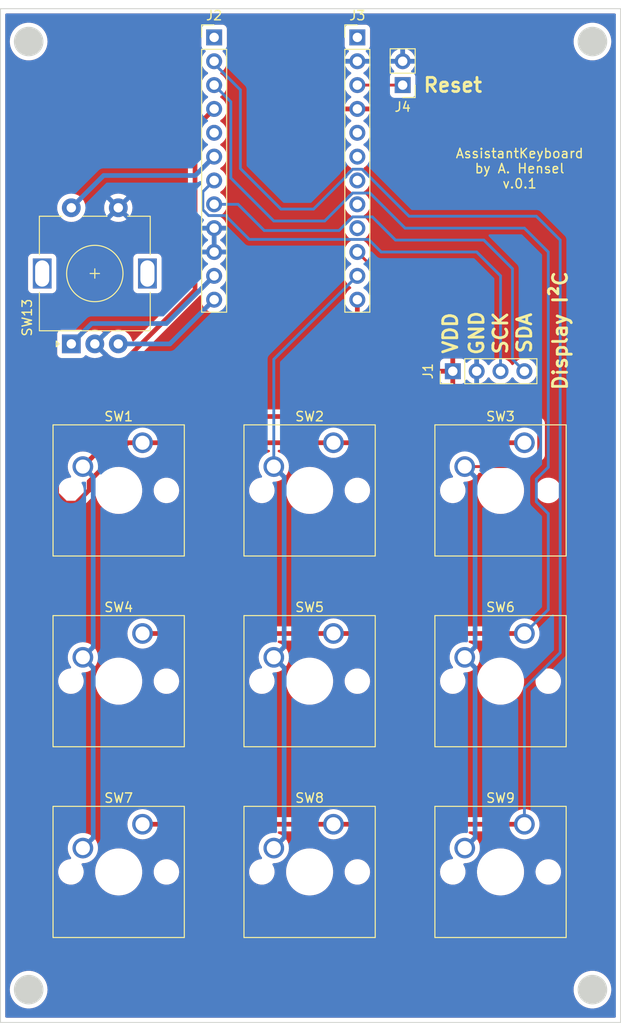
<source format=kicad_pcb>
(kicad_pcb (version 20211014) (generator pcbnew)
  (layers (0 "F.Cu" signal) (31 "B.Cu" signal) (34 "B.Paste" user) (35 "F.Paste" user) (36 "B.SilkS" user "B.Silkscreen") (37 "F.SilkS" user "F.Silkscreen") (38 "B.Mask" user) (39 "F.Mask" user) (44 "Edge.Cuts" user))
  (net 0 "")
  (net 1 "VCC")
  (net 2 "GND")
  (net 3 "SCK")
  (net 4 "SDA")
  (net 5 "D9")
  (net 6 "D8")
  (net 7 "D7")
  (net 8 "D6")
  (net 10 "D4")
  (net 11 "D0")
  (net 12 "D1")
  (net 14 "Net-(J3-Pad3)")
  (net 19 "D15")
  (net 20 "D14")
  (net 21 "D16")
  (net 22 "D10")
  (footprint "Button_Switch_Keyboard:SW_Cherry_MX_1.00u_PCB" (layer "F.Cu") (at 91.44 119.38)
    (fp_text reference "SW8" (at -2.54 -2.794) (layer "F.SilkS"))
    (fp_text value "SW_Push")
    (fp_line (start -9.525 12.065) (end -9.525 -1.905) (layer "F.SilkS") (width 0.12))
    (fp_line (start 4.445 -1.905) (end 4.445 12.065) (layer "F.SilkS") (width 0.12))
    (fp_line (start 4.445 12.065) (end -9.525 12.065) (layer "F.SilkS") (width 0.12))
    (fp_line (start -9.525 -1.905) (end 4.445 -1.905) (layer "F.SilkS") (width 0.12))
    (pad "" np_thru_hole circle (at -2.54 5.08) (size 4 4) (drill 4) (layers *.Cu *.Mask))
    (pad "" np_thru_hole circle (at -7.62 5.08) (size 1.7 1.7) (drill 1.7) (layers *.Cu *.Mask))
    (pad "" np_thru_hole circle (at 2.54 5.08) (size 1.7 1.7) (drill 1.7) (layers *.Cu *.Mask))
    (pad "1" thru_hole circle (at 0 0) (size 2.2 2.2) (drill 1.5) (layers *.Cu *.Mask) (net 6 "D8"))
    (pad "2" thru_hole circle (at -6.35 2.54) (size 2.2 2.2) (drill 1.5) (layers *.Cu *.Mask) (net 21 "D16"))
  )
  (footprint "Button_Switch_Keyboard:SW_Cherry_MX_1.00u_PCB" (layer "F.Cu") (at 111.76 119.38)
    (fp_text reference "SW9" (at -2.54 -2.794) (layer "F.SilkS"))
    (fp_text value "SW_Push")
    (fp_line (start 4.445 12.065) (end -9.525 12.065) (layer "F.SilkS") (width 0.12))
    (fp_line (start -9.525 -1.905) (end 4.445 -1.905) (layer "F.SilkS") (width 0.12))
    (fp_line (start -9.525 12.065) (end -9.525 -1.905) (layer "F.SilkS") (width 0.12))
    (fp_line (start 4.445 -1.905) (end 4.445 12.065) (layer "F.SilkS") (width 0.12))
    (pad "" np_thru_hole circle (at -7.62 5.08) (size 1.7 1.7) (drill 1.7) (layers *.Cu *.Mask))
    (pad "" np_thru_hole circle (at -2.54 5.08) (size 4 4) (drill 4) (layers *.Cu *.Mask))
    (pad "" np_thru_hole circle (at 2.54 5.08) (size 1.7 1.7) (drill 1.7) (layers *.Cu *.Mask))
    (pad "1" thru_hole circle (at 0 0) (size 2.2 2.2) (drill 1.5) (layers *.Cu *.Mask) (net 6 "D8"))
    (pad "2" thru_hole circle (at -6.35 2.54) (size 2.2 2.2) (drill 1.5) (layers *.Cu *.Mask) (net 20 "D14"))
  )
  (footprint "Connector_PinHeader_2.54mm:PinHeader_1x12_P2.54mm_Vertical" (layer "F.Cu") (at 93.98 35.56)
    (fp_text reference "J3" (at 0 -2.33) (layer "F.SilkS"))
    (fp_text value "Conn_01x12_Male")
    (fp_line (start -1.33 1.27) (end -1.33 29.27) (layer "F.SilkS") (width 0.12))
    (fp_line (start 1.33 1.27) (end 1.33 29.27) (layer "F.SilkS") (width 0.12))
    (fp_line (start -1.33 0) (end -1.33 -1.33) (layer "F.SilkS") (width 0.12))
    (fp_line (start -1.33 29.27) (end 1.33 29.27) (layer "F.SilkS") (width 0.12))
    (fp_line (start -1.33 -1.33) (end 0 -1.33) (layer "F.SilkS") (width 0.12))
    (fp_line (start -1.33 1.27) (end 1.33 1.27) (layer "F.SilkS") (width 0.12))
    (pad "1" thru_hole rect (at 0 0) (size 1.7 1.7) (drill 1) (layers *.Cu *.Mask))
    (pad "2" thru_hole oval (at 0 2.54) (size 1.7 1.7) (drill 1) (layers *.Cu *.Mask) (net 2 "GND"))
    (pad "3" thru_hole oval (at 0 5.08) (size 1.7 1.7) (drill 1) (layers *.Cu *.Mask) (net 14 "Net-(J3-Pad3)"))
    (pad "4" thru_hole oval (at 0 7.62) (size 1.7 1.7) (drill 1) (layers *.Cu *.Mask) (net 1 "VCC"))
    (pad "5" thru_hole oval (at 0 10.16) (size 1.7 1.7) (drill 1) (layers *.Cu *.Mask))
    (pad "6" thru_hole oval (at 0 12.7) (size 1.7 1.7) (drill 1) (layers *.Cu *.Mask))
    (pad "7" thru_hole oval (at 0 15.24) (size 1.7 1.7) (drill 1) (layers *.Cu *.Mask))
    (pad "8" thru_hole oval (at 0 17.78) (size 1.7 1.7) (drill 1) (layers *.Cu *.Mask))
    (pad "9" thru_hole oval (at 0 20.32) (size 1.7 1.7) (drill 1) (layers *.Cu *.Mask) (net 19 "D15"))
    (pad "10" thru_hole oval (at 0 22.86) (size 1.7 1.7) (drill 1) (layers *.Cu *.Mask) (net 20 "D14"))
    (pad "11" thru_hole oval (at 0 25.4) (size 1.7 1.7) (drill 1) (layers *.Cu *.Mask) (net 21 "D16"))
    (pad "12" thru_hole oval (at 0 27.94) (size 1.7 1.7) (drill 1) (layers *.Cu *.Mask) (net 22 "D10"))
  )
  (footprint "Button_Switch_Keyboard:SW_Cherry_MX_1.00u_PCB" (layer "F.Cu") (at 91.44 78.74)
    (fp_text reference "SW2" (at -2.54 -2.794) (layer "F.SilkS"))
    (fp_text value "SW_Push")
    (fp_line (start -9.525 -1.905) (end 4.445 -1.905) (layer "F.SilkS") (width 0.12))
    (fp_line (start 4.445 12.065) (end -9.525 12.065) (layer "F.SilkS") (width 0.12))
    (fp_line (start 4.445 -1.905) (end 4.445 12.065) (layer "F.SilkS") (width 0.12))
    (fp_line (start -9.525 12.065) (end -9.525 -1.905) (layer "F.SilkS") (width 0.12))
    (pad "" np_thru_hole circle (at -2.54 5.08) (size 4 4) (drill 4) (layers *.Cu *.Mask))
    (pad "" np_thru_hole circle (at -7.62 5.08) (size 1.7 1.7) (drill 1.7) (layers *.Cu *.Mask))
    (pad "" np_thru_hole circle (at 2.54 5.08) (size 1.7 1.7) (drill 1.7) (layers *.Cu *.Mask))
    (pad "1" thru_hole circle (at 0 0) (size 2.2 2.2) (drill 1.5) (layers *.Cu *.Mask) (net 8 "D6"))
    (pad "2" thru_hole circle (at -6.35 2.54) (size 2.2 2.2) (drill 1.5) (layers *.Cu *.Mask) (net 21 "D16"))
  )
  (footprint "Button_Switch_Keyboard:SW_Cherry_MX_1.00u_PCB" (layer "F.Cu") (at 71.12 119.38)
    (fp_text reference "SW7" (at -2.54 -2.794) (layer "F.SilkS"))
    (fp_text value "SW_Push")
    (fp_line (start 4.445 -1.905) (end 4.445 12.065) (layer "F.SilkS") (width 0.12))
    (fp_line (start 4.445 12.065) (end -9.525 12.065) (layer "F.SilkS") (width 0.12))
    (fp_line (start -9.525 12.065) (end -9.525 -1.905) (layer "F.SilkS") (width 0.12))
    (fp_line (start -9.525 -1.905) (end 4.445 -1.905) (layer "F.SilkS") (width 0.12))
    (pad "" np_thru_hole circle (at -7.62 5.08) (size 1.7 1.7) (drill 1.7) (layers *.Cu *.Mask))
    (pad "" np_thru_hole circle (at 2.54 5.08) (size 1.7 1.7) (drill 1.7) (layers *.Cu *.Mask))
    (pad "" np_thru_hole circle (at -2.54 5.08) (size 4 4) (drill 4) (layers *.Cu *.Mask))
    (pad "1" thru_hole circle (at 0 0) (size 2.2 2.2) (drill 1.5) (layers *.Cu *.Mask) (net 6 "D8"))
    (pad "2" thru_hole circle (at -6.35 2.54) (size 2.2 2.2) (drill 1.5) (layers *.Cu *.Mask) (net 22 "D10"))
  )
  (footprint "Button_Switch_Keyboard:SW_Cherry_MX_1.00u_PCB" (layer "F.Cu") (at 71.12 99.06)
    (fp_text reference "SW4" (at -2.54 -2.794) (layer "F.SilkS"))
    (fp_text value "SW_Push")
    (fp_line (start -9.525 -1.905) (end 4.445 -1.905) (layer "F.SilkS") (width 0.12))
    (fp_line (start 4.445 12.065) (end -9.525 12.065) (layer "F.SilkS") (width 0.12))
    (fp_line (start -9.525 12.065) (end -9.525 -1.905) (layer "F.SilkS") (width 0.12))
    (fp_line (start 4.445 -1.905) (end 4.445 12.065) (layer "F.SilkS") (width 0.12))
    (pad "" np_thru_hole circle (at -7.62 5.08) (size 1.7 1.7) (drill 1.7) (layers *.Cu *.Mask))
    (pad "" np_thru_hole circle (at 2.54 5.08) (size 1.7 1.7) (drill 1.7) (layers *.Cu *.Mask))
    (pad "" np_thru_hole circle (at -2.54 5.08) (size 4 4) (drill 4) (layers *.Cu *.Mask))
    (pad "1" thru_hole circle (at 0 0) (size 2.2 2.2) (drill 1.5) (layers *.Cu *.Mask) (net 7 "D7"))
    (pad "2" thru_hole circle (at -6.35 2.54) (size 2.2 2.2) (drill 1.5) (layers *.Cu *.Mask) (net 22 "D10"))
  )
  (footprint "Rotary_Encoder:RotaryEncoder_Alps_EC11E-Switch_Vertical_H20mm" (layer "F.Cu") (at 63.54 68.21 90)
    (fp_text reference "SW13" (at 2.8 -4.7 90) (layer "F.SilkS"))
    (fp_text value "RotaryEncoder_Switch")
    (fp_line (start 13.6 6) (end 13.6 8.4) (layer "F.SilkS") (width 0.12))
    (fp_line (start 1.4 -3.4) (end 1.4 8.4) (layer "F.SilkS") (width 0.12))
    (fp_line (start 7 2.5) (end 8 2.5) (layer "F.SilkS") (width 0.12))
    (fp_line (start 5.5 -3.4) (end 1.4 -3.4) (layer "F.SilkS") (width 0.12))
    (fp_line (start 0 -1.3) (end -0.3 -1.6) (layer "F.SilkS") (width 0.12))
    (fp_line (start 13.6 8.4) (end 9.5 8.4) (layer "F.SilkS") (width 0.12))
    (fp_line (start 13.6 1.2) (end 13.6 3.8) (layer "F.SilkS") (width 0.12))
    (fp_line (start -0.3 -1.6) (end 0.3 -1.6) (layer "F.SilkS") (width 0.12))
    (fp_line (start 5.5 8.4) (end 1.4 8.4) (layer "F.SilkS") (width 0.12))
    (fp_line (start 7.5 2) (end 7.5 3) (layer "F.SilkS") (width 0.12))
    (fp_line (start 13.6 -3.4) (end 13.6 -1) (layer "F.SilkS") (width 0.12))
    (fp_line (start 0.3 -1.6) (end 0 -1.3) (layer "F.SilkS") (width 0.12))
    (fp_line (start 9.5 -3.4) (end 13.6 -3.4) (layer "F.SilkS") (width 0.12))
    (fp_circle (center 7.5 2.5) (end 10.5 2.5) (layer "F.SilkS") (width 0.12) (fill none))
    (pad "A" thru_hole rect (at 0 0 90) (size 2 2) (drill 1) (layers *.Cu *.Mask) (net 11 "D0"))
    (pad "B" thru_hole circle (at 0 5 90) (size 2 2) (drill 1) (layers *.Cu *.Mask) (net 12 "D1"))
    (pad "C" thru_hole circle (at 0 2.5 90) (size 2 2) (drill 1) (layers *.Cu *.Mask) (net 2 "GND"))
    (pad "MP" thru_hole rect (at 7.5 -3.1 90) (size 3.2 2) (drill oval 2.8 1.5) (layers *.Cu *.Mask))
    (pad "MP" thru_hole rect (at 7.5 8.1 90) (size 3.2 2) (drill oval 2.8 1.5) (layers *.Cu *.Mask))
    (pad "S1" thru_hole circle (at 14.5 5 90) (size 2 2) (drill 1) (layers *.Cu *.Mask) (net 2 "GND"))
    (pad "S2" thru_hole circle (at 14.5 0 90) (size 2 2) (drill 1) (layers *.Cu *.Mask) (net 10 "D4"))
  )
  (footprint "Connector_PinHeader_2.54mm:PinHeader_1x04_P2.54mm_Vertical" (layer "F.Cu") (at 104.14 71.12 90)
    (fp_text reference "J1" (at 0 -2.64 90) (layer "F.SilkS"))
    (fp_text value "Conn_01x04_Male")
    (fp_line (start -1.33 -1.33) (end 0 -1.33) (layer "F.SilkS") (width 0.12))
    (fp_line (start -1.33 1.27) (end 1.33 1.27) (layer "F.SilkS") (width 0.12))
    (fp_line (start -1.33 0) (end -1.33 -1.33) (layer "F.SilkS") (width 0.12))
    (fp_line (start 1.33 1.27) (end 1.33 8.95) (layer "F.SilkS") (width 0.12))
    (fp_line (start -1.33 1.27) (end -1.33 8.95) (layer "F.SilkS") (width 0.12))
    (fp_line (start -1.33 8.95) (end 1.33 8.95) (layer "F.SilkS") (width 0.12))
    (pad "1" thru_hole rect (at 0 0 90) (size 1.7 1.7) (drill 1) (layers *.Cu *.Mask) (net 1 "VCC"))
    (pad "2" thru_hole oval (at 0 2.54 90) (size 1.7 1.7) (drill 1) (layers *.Cu *.Mask) (net 2 "GND"))
    (pad "3" thru_hole oval (at 0 5.08 90) (size 1.7 1.7) (drill 1) (layers *.Cu *.Mask) (net 3 "SCK"))
    (pad "4" thru_hole oval (at 0 7.62 90) (size 1.7 1.7) (drill 1) (layers *.Cu *.Mask) (net 4 "SDA"))
  )
  (footprint "Button_Switch_Keyboard:SW_Cherry_MX_1.00u_PCB" (layer "F.Cu") (at 111.76 99.06)
    (fp_text reference "SW6" (at -2.54 -2.794) (layer "F.SilkS"))
    (fp_text value "SW_Push")
    (fp_line (start -9.525 12.065) (end -9.525 -1.905) (layer "F.SilkS") (width 0.12))
    (fp_line (start 4.445 -1.905) (end 4.445 12.065) (layer "F.SilkS") (width 0.12))
    (fp_line (start 4.445 12.065) (end -9.525 12.065) (layer "F.SilkS") (width 0.12))
    (fp_line (start -9.525 -1.905) (end 4.445 -1.905) (layer "F.SilkS") (width 0.12))
    (pad "" np_thru_hole circle (at -2.54 5.08) (size 4 4) (drill 4) (layers *.Cu *.Mask))
    (pad "" np_thru_hole circle (at -7.62 5.08) (size 1.7 1.7) (drill 1.7) (layers *.Cu *.Mask))
    (pad "" np_thru_hole circle (at 2.54 5.08) (size 1.7 1.7) (drill 1.7) (layers *.Cu *.Mask))
    (pad "1" thru_hole circle (at 0 0) (size 2.2 2.2) (drill 1.5) (layers *.Cu *.Mask) (net 7 "D7"))
    (pad "2" thru_hole circle (at -6.35 2.54) (size 2.2 2.2) (drill 1.5) (layers *.Cu *.Mask) (net 20 "D14"))
  )
  (footprint "Button_Switch_Keyboard:SW_Cherry_MX_1.00u_PCB" (layer "F.Cu") (at 111.76 78.74)
    (fp_text reference "SW3" (at -2.54 -2.794) (layer "F.SilkS"))
    (fp_text value "SW_Push")
    (fp_line (start -9.525 -1.905) (end 4.445 -1.905) (layer "F.SilkS") (width 0.12))
    (fp_line (start 4.445 -1.905) (end 4.445 12.065) (layer "F.SilkS") (width 0.12))
    (fp_line (start -9.525 12.065) (end -9.525 -1.905) (layer "F.SilkS") (width 0.12))
    (fp_line (start 4.445 12.065) (end -9.525 12.065) (layer "F.SilkS") (width 0.12))
    (pad "" np_thru_hole circle (at 2.54 5.08) (size 1.7 1.7) (drill 1.7) (layers *.Cu *.Mask))
    (pad "" np_thru_hole circle (at -7.62 5.08) (size 1.7 1.7) (drill 1.7) (layers *.Cu *.Mask))
    (pad "" np_thru_hole circle (at -2.54 5.08) (size 4 4) (drill 4) (layers *.Cu *.Mask))
    (pad "1" thru_hole circle (at 0 0) (size 2.2 2.2) (drill 1.5) (layers *.Cu *.Mask) (net 8 "D6"))
    (pad "2" thru_hole circle (at -6.35 2.54) (size 2.2 2.2) (drill 1.5) (layers *.Cu *.Mask) (net 20 "D14"))
  )
  (footprint "Connector_PinHeader_2.54mm:PinHeader_1x12_P2.54mm_Vertical" (layer "F.Cu") (at 78.74 35.56)
    (fp_text reference "J2" (at 0 -2.33) (layer "F.SilkS"))
    (fp_text value "Conn_01x12_Male")
    (fp_line (start -1.33 1.27) (end -1.33 29.27) (layer "F.SilkS") (width 0.12))
    (fp_line (start -1.33 0) (end -1.33 -1.33) (layer "F.SilkS") (width 0.12))
    (fp_line (start -1.33 1.27) (end 1.33 1.27) (layer "F.SilkS") (width 0.12))
    (fp_line (start -1.33 29.27) (end 1.33 29.27) (layer "F.SilkS") (width 0.12))
    (fp_line (start -1.33 -1.33) (end 0 -1.33) (layer "F.SilkS") (width 0.12))
    (fp_line (start 1.33 1.27) (end 1.33 29.27) (layer "F.SilkS") (width 0.12))
    (pad "1" thru_hole rect (at 0 0) (size 1.7 1.7) (drill 1) (layers *.Cu *.Mask) (net 5 "D9"))
    (pad "2" thru_hole oval (at 0 2.54) (size 1.7 1.7) (drill 1) (layers *.Cu *.Mask) (net 6 "D8"))
    (pad "3" thru_hole oval (at 0 5.08) (size 1.7 1.7) (drill 1) (layers *.Cu *.Mask) (net 7 "D7"))
    (pad "4" thru_hole oval (at 0 7.62) (size 1.7 1.7) (drill 1) (layers *.Cu *.Mask) (net 8 "D6"))
    (pad "5" thru_hole oval (at 0 10.16) (size 1.7 1.7) (drill 1) (layers *.Cu *.Mask))
    (pad "6" thru_hole oval (at 0 12.7) (size 1.7 1.7) (drill 1) (layers *.Cu *.Mask) (net 10 "D4"))
    (pad "7" thru_hole oval (at 0 15.24) (size 1.7 1.7) (drill 1) (layers *.Cu *.Mask) (net 3 "SCK"))
    (pad "8" thru_hole oval (at 0 17.78) (size 1.7 1.7) (drill 1) (layers *.Cu *.Mask) (net 4 "SDA"))
    (pad "9" thru_hole oval (at 0 20.32) (size 1.7 1.7) (drill 1) (layers *.Cu *.Mask) (net 2 "GND"))
    (pad "10" thru_hole oval (at 0 22.86) (size 1.7 1.7) (drill 1) (layers *.Cu *.Mask) (net 2 "GND"))
    (pad "11" thru_hole oval (at 0 25.4) (size 1.7 1.7) (drill 1) (layers *.Cu *.Mask) (net 11 "D0"))
    (pad "12" thru_hole oval (at 0 27.94) (size 1.7 1.7) (drill 1) (layers *.Cu *.Mask) (net 12 "D1"))
  )
  (footprint "Button_Switch_Keyboard:SW_Cherry_MX_1.00u_PCB" (layer "F.Cu") (at 91.44 99.06)
    (fp_text reference "SW5" (at -2.54 -2.794) (layer "F.SilkS"))
    (fp_text value "SW_Push")
    (fp_line (start 4.445 -1.905) (end 4.445 12.065) (layer "F.SilkS") (width 0.12))
    (fp_line (start -9.525 12.065) (end -9.525 -1.905) (layer "F.SilkS") (width 0.12))
    (fp_line (start -9.525 -1.905) (end 4.445 -1.905) (layer "F.SilkS") (width 0.12))
    (fp_line (start 4.445 12.065) (end -9.525 12.065) (layer "F.SilkS") (width 0.12))
    (pad "" np_thru_hole circle (at 2.54 5.08) (size 1.7 1.7) (drill 1.7) (layers *.Cu *.Mask))
    (pad "" np_thru_hole circle (at -7.62 5.08) (size 1.7 1.7) (drill 1.7) (layers *.Cu *.Mask))
    (pad "" np_thru_hole circle (at -2.54 5.08) (size 4 4) (drill 4) (layers *.Cu *.Mask))
    (pad "1" thru_hole circle (at 0 0) (size 2.2 2.2) (drill 1.5) (layers *.Cu *.Mask) (net 7 "D7"))
    (pad "2" thru_hole circle (at -6.35 2.54) (size 2.2 2.2) (drill 1.5) (layers *.Cu *.Mask) (net 21 "D16"))
  )
  (footprint "Button_Switch_Keyboard:SW_Cherry_MX_1.00u_PCB" (layer "F.Cu") (at 71.12 78.74)
    (fp_text reference "SW1" (at -2.54 -2.794) (layer "F.SilkS"))
    (fp_text value "SW_Push")
    (fp_line (start 4.445 -1.905) (end 4.445 12.065) (layer "F.SilkS") (width 0.12))
    (fp_line (start 4.445 12.065) (end -9.525 12.065) (layer "F.SilkS") (width 0.12))
    (fp_line (start -9.525 12.065) (end -9.525 -1.905) (layer "F.SilkS") (width 0.12))
    (fp_line (start -9.525 -1.905) (end 4.445 -1.905) (layer "F.SilkS") (width 0.12))
    (pad "" np_thru_hole circle (at -7.62 5.08) (size 1.7 1.7) (drill 1.7) (layers *.Cu *.Mask))
    (pad "" np_thru_hole circle (at -2.54 5.08) (size 4 4) (drill 4) (layers *.Cu *.Mask))
    (pad "" np_thru_hole circle (at 2.54 5.08) (size 1.7 1.7) (drill 1.7) (layers *.Cu *.Mask))
    (pad "1" thru_hole circle (at 0 0) (size 2.2 2.2) (drill 1.5) (layers *.Cu *.Mask) (net 8 "D6"))
    (pad "2" thru_hole circle (at -6.35 2.54) (size 2.2 2.2) (drill 1.5) (layers *.Cu *.Mask) (net 22 "D10"))
  )
  (footprint "Connector_PinHeader_2.54mm:PinHeader_1x02_P2.54mm_Vertical" (layer "F.Cu") (at 98.806 40.64 180)
    (fp_text reference "J4" (at 0 -2.33) (layer "F.SilkS"))
    (fp_text value "Conn_01x02_Male")
    (fp_line (start 1.33 1.27) (end 1.33 3.87) (layer "F.SilkS") (width 0.12))
    (fp_line (start -1.33 0) (end -1.33 -1.33) (layer "F.SilkS") (width 0.12))
    (fp_line (start -1.33 1.27) (end -1.33 3.87) (layer "F.SilkS") (width 0.12))
    (fp_line (start -1.33 1.27) (end 1.33 1.27) (layer "F.SilkS") (width 0.12))
    (fp_line (start -1.33 3.87) (end 1.33 3.87) (layer "F.SilkS") (width 0.12))
    (fp_line (start -1.33 -1.33) (end 0 -1.33) (layer "F.SilkS") (width 0.12))
    (pad "1" thru_hole rect (at 0 0 180) (size 1.7 1.7) (drill 1) (layers *.Cu *.Mask) (net 14 "Net-(J3-Pad3)"))
    (pad "2" thru_hole oval (at 0 2.54 180) (size 1.7 1.7) (drill 1) (layers *.Cu *.Mask) (net 2 "GND"))
  )
  (gr_rect (start 56 32.5) (end 122 140.5) (layer "Edge.Cuts") (width 0.1) (fill none))
  (gr_circle (center 59 137) (end 60.5 137) (layer "Edge.Cuts") (width 0.15) (fill solid))
  (gr_circle (center 119 36) (end 120.5 36) (layer "Edge.Cuts") (width 0.15) (fill solid))
  (gr_circle (center 59 36) (end 60.5 36) (layer "Edge.Cuts") (width 0.15) (fill solid))
  (gr_circle (center 119 137) (end 120.5 137) (layer "Edge.Cuts") (width 0.15) (fill solid))
  (gr_text "Reset" (at 104.14 40.64) (layer "F.SilkS") (effects (font (size 1.5 1.5) (thickness 0.3))))
  (gr_text "SCK" (at 109.22 67.056 90) (layer "F.SilkS") (effects (font (size 1.5 1.5) (thickness 0.3))))
  (gr_text "AssistantKeyboard\nby A. Hensel\nv.0.1" (at 111.252 49.53) (layer "F.SilkS") (effects (font (size 1 1))))
  (gr_text "Display I²C" (at 115.57 66.802 90) (layer "F.SilkS") (effects (font (size 1.5 1.5) (thickness 0.3))))
  (gr_text "VDD" (at 103.886 67.056 90) (layer "F.SilkS") (effects (font (size 1.5 1.5) (thickness 0.3))))
  (gr_text "SDA" (at 111.76 67.056 90) (layer "F.SilkS") (effects (font (size 1.5 1.5) (thickness 0.3))))
  (gr_text "GND" (at 106.68 67.056 90) (layer "F.SilkS") (effects (font (size 1.5 1.5) (thickness 0.3))))
  (segment (start 80.080489 54.539511) (end 78.161511 54.539511) (width 0.3) (layer "B.Cu") (net 3))
  (segment (start 95.179511 57.079511) (end 82.479511 57.079511) (width 0.3) (layer "B.Cu") (net 3))
  (segment (start 109.22 60.96) (end 106.68 58.42) (width 0.3) (layer "B.Cu") (net 3))
  (segment (start 109.22 71.12) (end 109.22 60.96) (width 0.3) (layer "B.Cu") (net 3))
  (segment (start 77.540489 53.918489) (end 77.540489 51.999511) (width 0.3) (layer "B.Cu") (net 3))
  (segment (start 78.161511 54.539511) (end 77.540489 53.918489) (width 0.3) (layer "B.Cu") (net 3))
  (segment (start 106.68 58.42) (end 96.52 58.42) (width 0.3) (layer "B.Cu") (net 3))
  (segment (start 80.080489 54.680489) (end 80.080489 54.539511) (width 0.3) (layer "B.Cu") (net 3))
  (segment (start 82.479511 57.079511) (end 80.080489 54.680489) (width 0.3) (layer "B.Cu") (net 3))
  (segment (start 96.52 58.42) (end 95.179511 57.079511) (width 0.3) (layer "B.Cu") (net 3))
  (segment (start 77.540489 51.999511) (end 78.74 50.8) (width 0.3) (layer "B.Cu") (net 3))
  (segment (start 81.28 53.34) (end 78.74 53.34) (width 0.3) (layer "B.Cu") (net 4))
  (segment (start 110.49 69.85) (end 111.76 71.12) (width 0.3) (layer "B.Cu") (net 4))
  (segment (start 92.029634 56.134) (end 93.483145 54.680489) (width 0.3) (layer "B.Cu") (net 4))
  (segment (start 95.574489 54.680489) (end 98.044 57.15) (width 0.3) (layer "B.Cu") (net 4))
  (segment (start 93.483145 54.680489) (end 95.574489 54.680489) (width 0.3) (layer "B.Cu") (net 4))
  (segment (start 84.074 56.134) (end 92.029634 56.134) (width 0.3) (layer "B.Cu") (net 4))
  (segment (start 107.442 57.15) (end 110.49 60.198) (width 0.3) (layer "B.Cu") (net 4))
  (segment (start 84.074 56.134) (end 81.28 53.34) (width 0.3) (layer "B.Cu") (net 4))
  (segment (start 110.49 60.198) (end 110.49 69.85) (width 0.3) (layer "B.Cu") (net 4))
  (segment (start 98.044 57.15) (end 107.442 57.15) (width 0.3) (layer "B.Cu") (net 4))
  (segment (start 71.12 119.38) (end 111.76 119.38) (width 0.5) (layer "F.Cu") (net 6))
  (segment (start 81.534 41.148) (end 81.534 49.53) (width 0.3) (layer "B.Cu") (net 6))
  (segment (start 99.486366 54.61) (end 113.03 54.61) (width 0.3) (layer "B.Cu") (net 6))
  (segment (start 81.534 49.53) (end 85.852 53.848) (width 0.3) (layer "B.Cu") (net 6))
  (segment (start 85.852 53.848) (end 89.321817 53.848) (width 0.3) (layer "B.Cu") (net 6))
  (segment (start 113.03 54.61) (end 115.57 57.15) (width 0.3) (layer "B.Cu") (net 6))
  (segment (start 93.483145 49.600489) (end 94.476855 49.600489) (width 0.3) (layer "B.Cu") (net 6))
  (segment (start 78.74 38.354) (end 81.534 41.148) (width 0.3) (layer "B.Cu") (net 6))
  (segment (start 92.780489 50.389328) (end 92.780489 50.303145) (width 0.3) (layer "B.Cu") (net 6))
  (segment (start 115.57 101.102909) (end 111.76 104.912909) (width 0.3) (layer "B.Cu") (net 6))
  (segment (start 94.476855 49.600489) (end 99.486366 54.61) (width 0.3) (layer "B.Cu") (net 6))
  (segment (start 92.780489 50.303145) (end 93.483145 49.600489) (width 0.3) (layer "B.Cu") (net 6))
  (segment (start 115.57 57.15) (end 115.57 101.102909) (width 0.3) (layer "B.Cu") (net 6))
  (segment (start 89.321817 53.848) (end 92.780489 50.389328) (width 0.3) (layer "B.Cu") (net 6))
  (segment (start 111.76 104.912909) (end 111.76 119.38) (width 0.3) (layer "B.Cu") (net 6))
  (segment (start 78.74 38.1) (end 78.74 38.354) (width 0.3) (layer "B.Cu") (net 6))
  (segment (start 71.12 99.06) (end 111.76 99.06) (width 0.5) (layer "F.Cu") (net 7))
  (segment (start 114.3 58.42) (end 111.76 55.88) (width 0.3) (layer "B.Cu") (net 7))
  (segment (start 99.06 55.88) (end 95.320489 52.140489) (width 0.3) (layer "B.Cu") (net 7))
  (segment (start 85.09 55.118) (end 80.518 50.546) (width 0.3) (layer "B.Cu") (net 7))
  (segment (start 95.320489 52.140489) (end 93.483145 52.140489) (width 0.3) (layer "B.Cu") (net 7))
  (segment (start 80.518 50.546) (end 80.518 42.418) (width 0.3) (layer "B.Cu") (net 7))
  (segment (start 93.483145 52.140489) (end 90.505634 55.118) (width 0.3) (layer "B.Cu") (net 7))
  (segment (start 114.3 81.346481) (end 114.3 58.42) (width 0.3) (layer "B.Cu") (net 7))
  (segment (start 113.03 85.023519) (end 113.03 82.616481) (width 0.3) (layer "B.Cu") (net 7))
  (segment (start 114.3 86.293519) (end 113.03 85.023519) (width 0.3) (layer "B.Cu") (net 7))
  (segment (start 90.505634 55.118) (end 85.09 55.118) (width 0.3) (layer "B.Cu") (net 7))
  (segment (start 80.518 42.418) (end 78.74 40.64) (width 0.3) (layer "B.Cu") (net 7))
  (segment (start 111.76 55.88) (end 99.06 55.88) (width 0.3) (layer "B.Cu") (net 7))
  (segment (start 111.76 99.06) (end 114.3 96.52) (width 0.3) (layer "B.Cu") (net 7))
  (segment (start 114.3 96.52) (end 114.3 86.293519) (width 0.3) (layer "B.Cu") (net 7))
  (segment (start 113.03 82.616481) (end 114.3 81.346481) (width 0.3) (layer "B.Cu") (net 7))
  (segment (start 62.941009 85.169521) (end 61.976 84.204512) (width 0.5) (layer "F.Cu") (net 8))
  (segment (start 76.708 62.484) (end 76.708 45.212) (width 0.5) (layer "F.Cu") (net 8))
  (segment (start 65.438622 83.78989) (end 64.058991 85.169521) (width 0.5) (layer "F.Cu") (net 8))
  (segment (start 65.438622 82.865744) (end 65.438622 83.78989) (width 0.5) (layer "F.Cu") (net 8))
  (segment (start 61.976 84.204512) (end 61.976 77.216) (width 0.5) (layer "F.Cu") (net 8))
  (segment (start 61.976 77.216) (end 76.708 62.484) (width 0.5) (layer "F.Cu") (net 8))
  (segment (start 76.708 45.212) (end 78.74 43.18) (width 0.5) (layer "F.Cu") (net 8))
  (segment (start 69.564366 78.74) (end 65.438622 82.865744) (width 0.5) (layer "F.Cu") (net 8))
  (segment (start 71.12 78.74) (end 111.76 78.74) (width 0.5) (layer "F.Cu") (net 8))
  (segment (start 71.12 78.74) (end 69.564366 78.74) (width 0.5) (layer "F.Cu") (net 8))
  (segment (start 64.058991 85.169521) (end 62.941009 85.169521) (width 0.5) (layer "F.Cu") (net 8))
  (segment (start 76.728489 50.271511) (end 78.74 48.26) (width 0.5) (layer "B.Cu") (net 10))
  (segment (start 63.54 53.71) (end 66.978489 50.271511) (width 0.5) (layer "B.Cu") (net 10))
  (segment (start 66.978489 50.271511) (end 76.728489 50.271511) (width 0.5) (layer "B.Cu") (net 10))
  (segment (start 73.66 66.04) (end 65.71 66.04) (width 0.5) (layer "B.Cu") (net 11))
  (segment (start 63.54 68.21) (end 65.71 66.04) (width 0.5) (layer "B.Cu") (net 11))
  (segment (start 78.74 60.96) (end 73.66 66.04) (width 0.5) (layer "B.Cu") (net 11))
  (segment (start 74.03 68.21) (end 78.74 63.5) (width 0.5) (layer "B.Cu") (net 12))
  (segment (start 68.54 68.21) (end 74.03 68.21) (width 0.5) (layer "B.Cu") (net 12))
  (segment (start 98.806 40.64) (end 93.98 40.64) (width 0.3) (layer "F.Cu") (net 14))
  (segment (start 113.284 80.01) (end 112.014 81.28) (width 0.3) (layer "F.Cu") (net 20))
  (segment (start 96.266 60.706) (end 96.266 74.422) (width 0.3) (layer "F.Cu") (net 20))
  (segment (start 96.266 74.422) (end 97.79 75.946) (width 0.3) (layer "F.Cu") (net 20))
  (segment (start 112.522 75.946) (end 113.284 76.708) (width 0.3) (layer "F.Cu") (net 20))
  (segment (start 112.014 81.28) (end 105.41 81.28) (width 0.3) (layer "F.Cu") (net 20))
  (segment (start 93.98 58.42) (end 96.266 60.706) (width 0.3) (layer "F.Cu") (net 20))
  (segment (start 113.284 76.708) (end 113.284 80.01) (width 0.3) (layer "F.Cu") (net 20))
  (segment (start 97.79 75.946) (end 112.522 75.946) (width 0.3) (layer "F.Cu") (net 20))
  (segment (start 106.509999 82.379999) (end 106.509999 100.500001) (width 0.5) (layer "B.Cu") (net 20))
  (segment (start 105.41 81.28) (end 106.509999 82.379999) (width 0.5) (layer "B.Cu") (net 20))
  (segment (start 106.509999 100.500001) (end 105.41 101.6) (width 0.5) (layer "B.Cu") (net 20))
  (segment (start 106.509999 102.699999) (end 106.509999 120.820001) (width 0.5) (layer "B.Cu") (net 20))
  (segment (start 106.509999 120.820001) (end 105.41 121.92) (width 0.5) (layer "B.Cu") (net 20))
  (segment (start 105.41 101.6) (end 106.509999 102.699999) (width 0.5) (layer "B.Cu") (net 20))
  (segment (start 86.189999 120.820001) (end 85.09 121.92) (width 0.5) (layer "B.Cu") (net 21))
  (segment (start 85.09 101.6) (end 86.189999 102.699999) (width 0.5) (layer "B.Cu") (net 21))
  (segment (start 85.09 81.28) (end 86.189999 82.379999) (width 0.5) (layer "B.Cu") (net 21))
  (segment (start 86.189999 82.379999) (end 86.189999 100.500001) (width 0.5) (layer "B.Cu") (net 21))
  (segment (start 85.09 81.28) (end 85.09 69.85) (width 0.3) (layer "B.Cu") (net 21))
  (segment (start 86.189999 100.500001) (end 85.09 101.6) (width 0.5) (layer "B.Cu") (net 21))
  (segment (start 85.09 69.85) (end 93.98 60.96) (width 0.3) (layer "B.Cu") (net 21))
  (segment (start 86.189999 102.699999) (end 86.189999 120.820001) (width 0.5) (layer "B.Cu") (net 21))
  (segment (start 64.77 81.28) (end 70.104 75.946) (width 0.5) (layer "F.Cu") (net 22))
  (segment (start 70.104 75.946) (end 92.964 75.946) (width 0.5) (layer "F.Cu") (net 22))
  (segment (start 93.98 74.93) (end 93.98 63.5) (width 0.5) (layer "F.Cu") (net 22))
  (segment (start 92.964 75.946) (end 93.98 74.93) (width 0.5) (layer "F.Cu") (net 22))
  (segment (start 64.77 121.92) (end 65.869999 120.820001) (width 0.5) (layer "B.Cu") (net 22))
  (segment (start 65.869999 102.699999) (end 64.77 101.6) (width 0.5) (layer "B.Cu") (net 22))
  (segment (start 64.77 81.28) (end 65.869999 82.379999) (width 0.5) (layer "B.Cu") (net 22))
  (segment (start 65.869999 120.820001) (end 65.869999 102.699999) (width 0.5) (layer "B.Cu") (net 22))
  (segment (start 65.869999 100.500001) (end 64.77 101.6) (width 0.5) (layer "B.Cu") (net 22))
  (segment (start 65.869999 82.379999) (end 65.869999 100.500001) (width 0.5) (layer "B.Cu") (net 22))
  (zone (net 1) (net_name "VCC") (layer "F.Cu") (connect_pads (clearance 0.508)) (min_thickness 0.254) (fill yes (thermal_gap 0.508) (thermal_bridge_width 0.508))
    (polygon (pts (xy 122 140.5) (xy 56 140.5) (xy 56 32.5) (xy 122 32.5)))
  )
  (zone (net 2) (net_name "GND") (layer "B.Cu") (connect_pads (clearance 0.508)) (min_thickness 0.254) (fill yes (thermal_gap 0.508) (thermal_bridge_width 0.508))
    (polygon (pts (xy 122 140.5) (xy 56 140.5) (xy 56 32.5) (xy 122 32.5)))
  )
)
</source>
